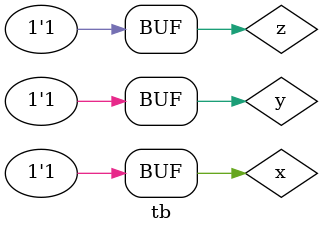
<source format=v>
module tb;

reg x,y,z;
wire difference,borrow;

full_subtractor fs1(.x(x),.y(y),.z(z),.difference(difference),.borrow(borrow));

    initial begin
    $monitor("x = %b | y = %b | z = %b | difference = %b | borrow = %b",x,y,z,difference,borrow);
        x=0;y=0;z=0;
    #5  x=0;y=0;z=1;
    #5  x=0;y=1;z=0;
    #5  x=0;y=1;z=1;
    #5  x=1;y=0;z=0;
    #5  x=1;y=0;z=1;
    #5  x=1;y=1;z=0;
    #5  x=1;y=1;z=1;

    end

endmodule
</source>
